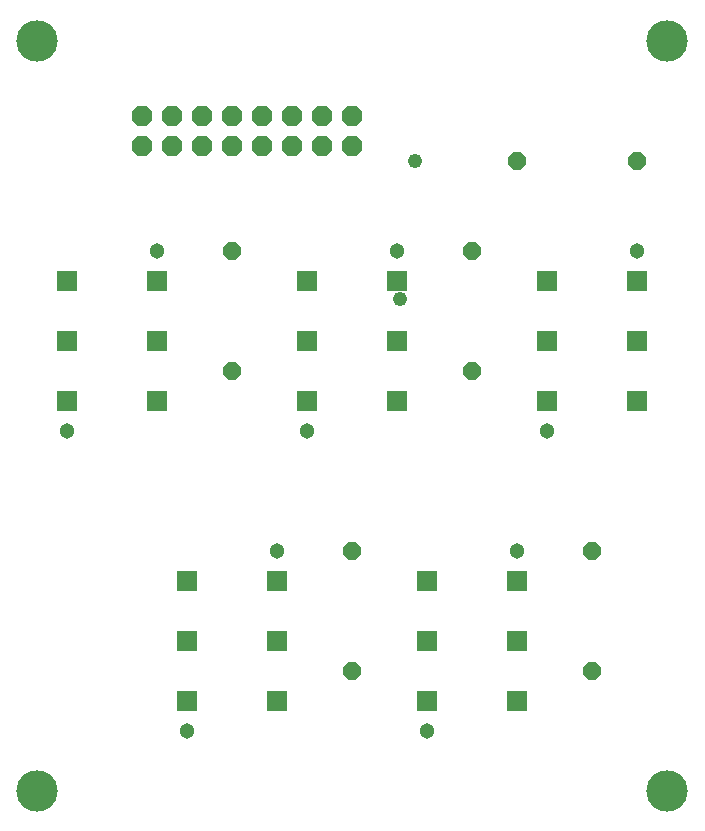
<source format=gbs>
G75*
G70*
%OFA0B0*%
%FSLAX24Y24*%
%IPPOS*%
%LPD*%
%AMOC8*
5,1,8,0,0,1.08239X$1,22.5*
%
%ADD10C,0.1380*%
%ADD11R,0.0671X0.0671*%
%ADD12C,0.0513*%
%ADD13OC8,0.0680*%
%ADD14OC8,0.0600*%
%ADD15C,0.0480*%
D10*
X002100Y002100D03*
X023100Y002100D03*
X023100Y027100D03*
X002100Y027100D03*
D11*
X003100Y019100D03*
X003100Y017100D03*
X003100Y015100D03*
X006100Y015100D03*
X006100Y017100D03*
X006100Y019100D03*
X011100Y019100D03*
X011100Y017100D03*
X011100Y015100D03*
X014100Y015100D03*
X014100Y017100D03*
X014100Y019100D03*
X019100Y019100D03*
X019100Y017100D03*
X019100Y015100D03*
X022100Y015100D03*
X022100Y017100D03*
X022100Y019100D03*
X018100Y009100D03*
X018100Y007100D03*
X018100Y005100D03*
X015100Y005100D03*
X015100Y007100D03*
X015100Y009100D03*
X010100Y009100D03*
X010100Y007100D03*
X010100Y005100D03*
X007100Y005100D03*
X007100Y007100D03*
X007100Y009100D03*
D12*
X010100Y010100D03*
X011100Y014100D03*
X014100Y020100D03*
X019100Y014100D03*
X018100Y010100D03*
X015100Y004100D03*
X007100Y004100D03*
X003100Y014100D03*
X006100Y020100D03*
X022100Y020100D03*
D13*
X012600Y023600D03*
X012600Y024600D03*
X011600Y024600D03*
X011600Y023600D03*
X010600Y023600D03*
X010600Y024600D03*
X009600Y024600D03*
X009600Y023600D03*
X008600Y023600D03*
X008600Y024600D03*
X007600Y024600D03*
X007600Y023600D03*
X006600Y023600D03*
X006600Y024600D03*
X005600Y024600D03*
X005600Y023600D03*
D14*
X008600Y020100D03*
X008600Y016100D03*
X012600Y010100D03*
X012600Y006100D03*
X020600Y006100D03*
X020600Y010100D03*
X016600Y016100D03*
X016600Y020100D03*
X018100Y023100D03*
X022100Y023100D03*
D15*
X014700Y023070D03*
X014180Y018500D03*
M02*

</source>
